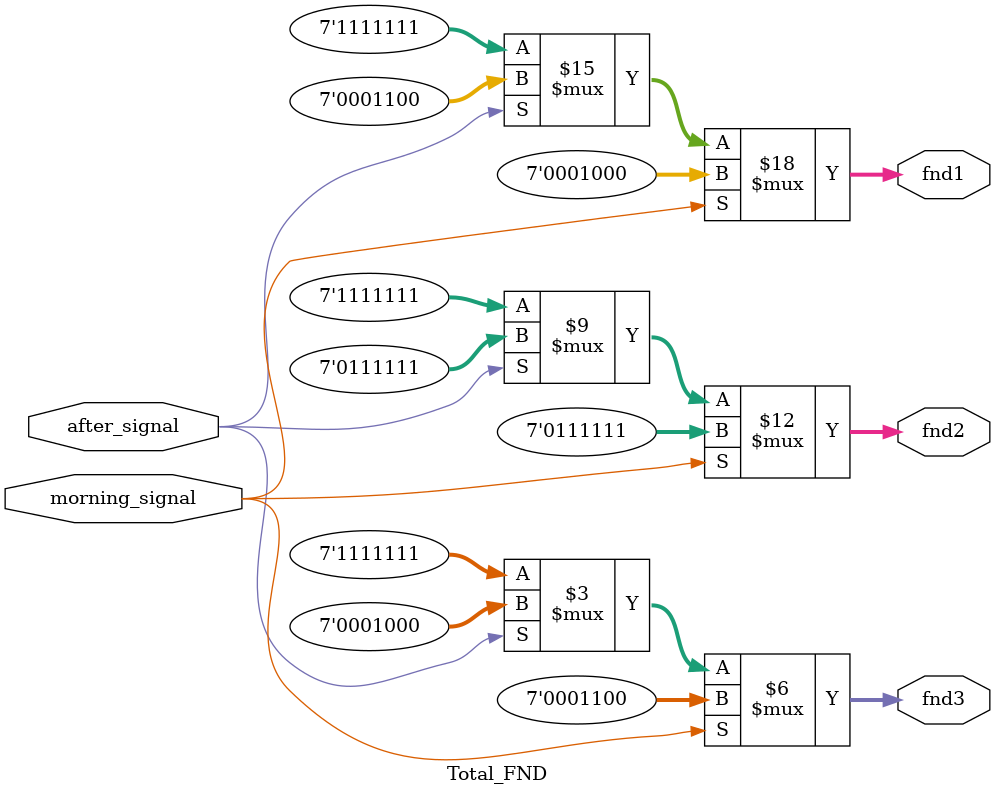
<source format=v>
module Total_FND (
    input wire morning_signal,
    input wire after_signal,
    output reg [6:0] fnd1,  
    output reg [6:0] fnd2,  
    output reg [6:0] fnd3   
);

    parameter [6:0] CHAR_A = 7'b000_1000;
    parameter [6:0] CHAR_P = 7'b000_1100;
    parameter [6:0] CHAR_MINUS = 7'b011_1111;

    always @(*) begin
        if (morning_signal) begin
            fnd1 <= CHAR_A;      // 'A
            fnd2 <= CHAR_MINUS;  // '-'
            fnd3 <= CHAR_P;      // 'P'
        end else if (after_signal) begin
            fnd1 <= CHAR_P;      // 'P'
            fnd2 <= CHAR_MINUS;  // '-'
            fnd3 <= CHAR_A;      // 'A'
        end else begin
            fnd1 <= 7'h7f;
            fnd2 <= 7'h7f;
            fnd3 <= 7'h7f;
        end
    end
endmodule
</source>
